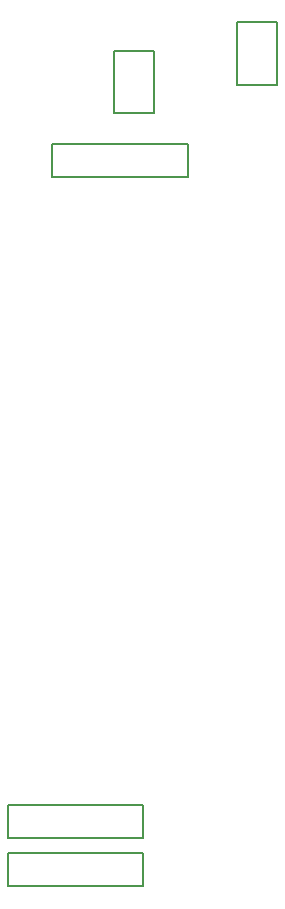
<source format=gbr>
%TF.GenerationSoftware,Altium Limited,Altium Designer,22.5.1 (42)*%
G04 Layer_Color=32768*
%FSLAX45Y45*%
%MOMM*%
%TF.SameCoordinates,0F5D3445-5268-4BF5-932C-448DE224A770*%
%TF.FilePolarity,Positive*%
%TF.FileFunction,Other,Top_Courtyard*%
%TF.Part,Single*%
G01*
G75*
%TA.AperFunction,NonConductor*%
%ADD47C,0.20000*%
D47*
X8947800Y9385000D02*
X10092800D01*
X8947800D02*
Y9665000D01*
X10092800D01*
Y9385000D02*
Y9665000D01*
X10849453Y10162697D02*
Y10690697D01*
X10511953Y10162697D02*
X10849453D01*
X10511953D02*
Y10690697D01*
X10849453D01*
X9808053Y9921397D02*
Y10449397D01*
X9470553Y9921397D02*
X9808053D01*
X9470553D02*
Y10449397D01*
X9808053D01*
X8571499Y3377900D02*
Y3657900D01*
Y3377900D02*
X9716501D01*
Y3657900D01*
X8571499D02*
X9716501D01*
X8571499Y3784300D02*
Y4064300D01*
Y3784300D02*
X9716501D01*
Y4064300D01*
X8571499D02*
X9716501D01*
%TF.MD5,bee57eaa54a25344aa16e3ebc3a53550*%
M02*

</source>
